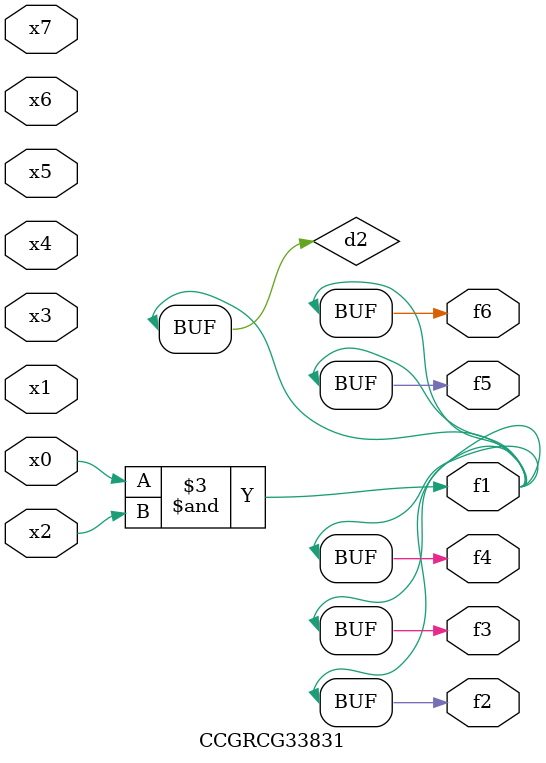
<source format=v>
module CCGRCG33831(
	input x0, x1, x2, x3, x4, x5, x6, x7,
	output f1, f2, f3, f4, f5, f6
);

	wire d1, d2;

	nor (d1, x3, x6);
	and (d2, x0, x2);
	assign f1 = d2;
	assign f2 = d2;
	assign f3 = d2;
	assign f4 = d2;
	assign f5 = d2;
	assign f6 = d2;
endmodule

</source>
